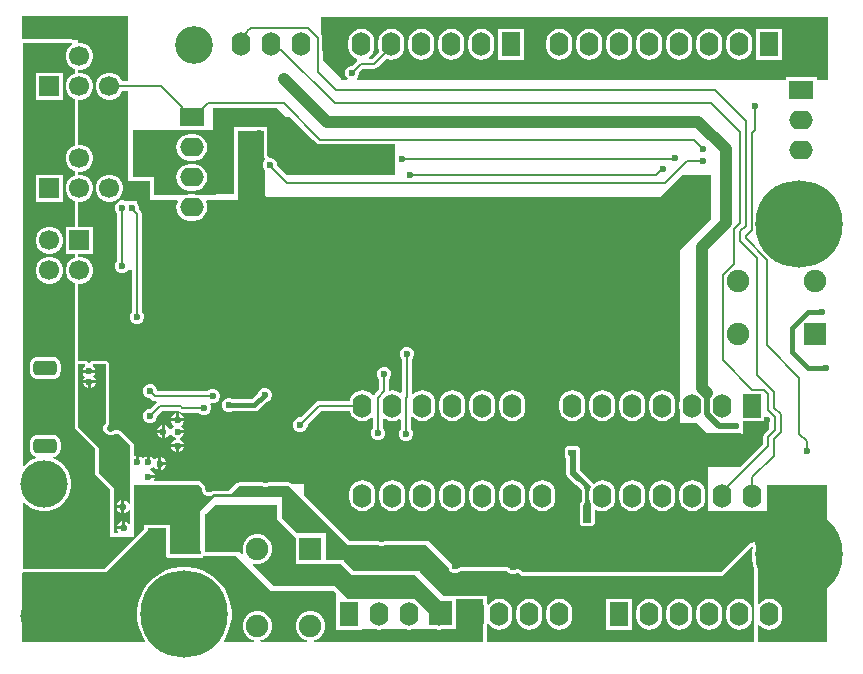
<source format=gbl>
G04*
G04 #@! TF.GenerationSoftware,Altium Limited,Altium Designer,25.1.2 (22)*
G04*
G04 Layer_Physical_Order=2*
G04 Layer_Color=16711680*
%FSLAX44Y44*%
%MOMM*%
G71*
G04*
G04 #@! TF.SameCoordinates,5E672C01-8995-41B4-AFFF-24039E6A3FFE*
G04*
G04*
G04 #@! TF.FilePolarity,Positive*
G04*
G01*
G75*
%ADD10C,0.2000*%
%ADD11C,0.5000*%
%ADD12C,0.4000*%
%ADD16R,1.9000X1.9000*%
%ADD61R,1.9000X1.9000*%
%ADD62C,1.9000*%
%ADD71C,1.0000*%
G04:AMPARAMS|DCode=72|XSize=2mm|YSize=1.25mm|CornerRadius=0.375mm|HoleSize=0mm|Usage=FLASHONLY|Rotation=0.000|XOffset=0mm|YOffset=0mm|HoleType=Round|Shape=RoundedRectangle|*
%AMROUNDEDRECTD72*
21,1,2.0000,0.5000,0,0,0.0*
21,1,1.2500,1.2500,0,0,0.0*
1,1,0.7500,0.6250,-0.2500*
1,1,0.7500,-0.6250,-0.2500*
1,1,0.7500,-0.6250,0.2500*
1,1,0.7500,0.6250,0.2500*
%
%ADD72ROUNDEDRECTD72*%
%ADD73O,1.6000X2.0000*%
%ADD74R,1.6000X2.0000*%
%ADD75O,2.0000X1.6000*%
%ADD76R,2.0000X1.6000*%
%ADD77R,1.7000X1.7000*%
%ADD78C,1.7000*%
%ADD79C,3.2000*%
%ADD80C,7.4000*%
%ADD81C,4.0000*%
%ADD82C,0.6000*%
G36*
X684996Y478900D02*
X684100Y478000D01*
X675000D01*
Y480000D01*
X649000D01*
Y478000D01*
X286010D01*
X285505Y479270D01*
X286837Y480601D01*
X287750Y482807D01*
Y484232D01*
X290939Y487422D01*
X300460D01*
X300460Y487422D01*
X302021Y487732D01*
X303344Y488616D01*
X310619Y495892D01*
X312088Y495283D01*
X314960Y494905D01*
X317832Y495283D01*
X320508Y496391D01*
X322805Y498155D01*
X324568Y500452D01*
X325677Y503128D01*
X326055Y506000D01*
Y510000D01*
X325677Y512872D01*
X324568Y515547D01*
X322805Y517845D01*
X320508Y519608D01*
X317832Y520717D01*
X314960Y521095D01*
X312088Y520717D01*
X309412Y519608D01*
X307115Y517845D01*
X305352Y515547D01*
X304243Y512872D01*
X303865Y510000D01*
Y506000D01*
X304243Y503128D01*
X304852Y501659D01*
X298771Y495578D01*
X296134D01*
X295703Y496848D01*
X297405Y498155D01*
X299168Y500452D01*
X300277Y503128D01*
X300655Y506000D01*
Y510000D01*
X300277Y512872D01*
X299168Y515547D01*
X297405Y517845D01*
X295107Y519608D01*
X292432Y520717D01*
X289560Y521095D01*
X286688Y520717D01*
X284013Y519608D01*
X281715Y517845D01*
X279951Y515547D01*
X278843Y512872D01*
X278465Y510000D01*
Y506000D01*
X278843Y503128D01*
X279951Y500452D01*
X281715Y498155D01*
X284013Y496391D01*
X285909Y495606D01*
X286093Y495113D01*
X286124Y494142D01*
X281982Y490000D01*
X280557D01*
X278351Y489087D01*
X276663Y487399D01*
X275750Y485193D01*
Y482807D01*
X276663Y480601D01*
X277995Y479270D01*
X277491Y478000D01*
X272000D01*
Y479000D01*
X256738Y494262D01*
Y513590D01*
X256428Y515151D01*
X255544Y516474D01*
X255544Y516474D01*
X255000Y517018D01*
Y531000D01*
X684797D01*
X684996Y478900D01*
D02*
G37*
G36*
X92000Y476518D02*
X87013D01*
X86916Y476879D01*
X85402Y479501D01*
X83261Y481642D01*
X80639Y483156D01*
X77714Y483940D01*
X74686D01*
X71761Y483156D01*
X69139Y481642D01*
X66998Y479501D01*
X65484Y476879D01*
X64700Y473954D01*
Y470926D01*
X65484Y468001D01*
X66998Y465379D01*
X69139Y463238D01*
X71761Y461724D01*
X74686Y460940D01*
X77714D01*
X80639Y461724D01*
X83261Y463238D01*
X85402Y465379D01*
X86916Y468001D01*
X87013Y468362D01*
X92000D01*
Y392000D01*
X110941D01*
Y380905D01*
X110943Y380894D01*
X110941Y380882D01*
X111000Y380598D01*
Y376000D01*
X133385D01*
X134136Y374730D01*
X133283Y372672D01*
X132905Y369800D01*
X133283Y366928D01*
X134391Y364253D01*
X136155Y361955D01*
X138453Y360191D01*
X141128Y359083D01*
X144000Y358705D01*
X148000D01*
X150872Y359083D01*
X153547Y360191D01*
X155845Y361955D01*
X157608Y364253D01*
X158717Y366928D01*
X159095Y369800D01*
X158717Y372672D01*
X157864Y374730D01*
X158615Y376000D01*
X185000D01*
Y380705D01*
X185059Y381000D01*
Y385000D01*
Y410600D01*
X185000Y410895D01*
Y415105D01*
X185059Y415401D01*
Y434941D01*
X201203D01*
X201498Y435000D01*
X204502D01*
X204797Y434941D01*
X206941D01*
Y414000D01*
X206941Y414000D01*
X207174Y412830D01*
X207837Y411837D01*
X207837Y411837D01*
X208000Y411674D01*
Y410485D01*
X206914Y409399D01*
X206000Y407193D01*
Y404807D01*
X206914Y402601D01*
X208000Y401515D01*
Y380000D01*
X209000Y379000D01*
X543000D01*
X561000Y397000D01*
X586000D01*
X586000Y360000D01*
X559000Y333000D01*
Y205790D01*
X558755Y203930D01*
Y199930D01*
X559000Y198070D01*
Y187000D01*
X574000D01*
X582000Y179000D01*
X611000D01*
X613000Y177000D01*
Y188930D01*
X631650D01*
Y192000D01*
X634000D01*
X635000Y191204D01*
Y182575D01*
X631116Y178692D01*
X630232Y177368D01*
X629922Y175808D01*
X629922Y175807D01*
Y169439D01*
X610482Y150000D01*
X583000D01*
Y113000D01*
X592478D01*
X595250Y112635D01*
X598022Y113000D01*
X617878D01*
X620650Y112635D01*
X623422Y113000D01*
X633000D01*
Y135000D01*
X684000D01*
Y3000D01*
X683586Y2000D01*
X625059D01*
Y16200D01*
X626329Y16631D01*
X627155Y15555D01*
X629453Y13792D01*
X632128Y12683D01*
X635000Y12305D01*
X637872Y12683D01*
X640547Y13792D01*
X642845Y15555D01*
X644609Y17852D01*
X645717Y20528D01*
X646095Y23400D01*
Y27400D01*
X645717Y30272D01*
X644609Y32947D01*
X642845Y35245D01*
X640547Y37009D01*
X637872Y38117D01*
X635000Y38495D01*
X632128Y38117D01*
X629453Y37009D01*
X627155Y35245D01*
X626329Y34169D01*
X625059Y34600D01*
Y64940D01*
X624965Y65410D01*
X624909Y65886D01*
X624368Y67550D01*
X623459Y73293D01*
Y79107D01*
X623862Y81654D01*
X623857Y81776D01*
X623890Y81893D01*
X623834Y82369D01*
X623815Y82847D01*
X623764Y82957D01*
X623750Y83078D01*
X623516Y83496D01*
X623316Y83931D01*
X623226Y84013D01*
X623167Y84120D01*
X623000Y84251D01*
Y88000D01*
X620593Y85593D01*
X620410Y85629D01*
X619949Y85759D01*
X619829Y85745D01*
X619710Y85768D01*
X619240Y85675D01*
X618764Y85618D01*
X618658Y85559D01*
X618539Y85535D01*
X618141Y85269D01*
X617723Y85035D01*
X617648Y84940D01*
X617547Y84872D01*
X593733Y61059D01*
X426267D01*
X424281Y63045D01*
X423288Y63708D01*
X422118Y63941D01*
X422118D01*
X420947Y63708D01*
X419955Y63045D01*
X419916Y63007D01*
X419900Y63000D01*
X416600D01*
X416584Y63007D01*
X415428Y64163D01*
X414435Y64826D01*
X413265Y65059D01*
X413265Y65059D01*
X373485D01*
X372315Y64826D01*
X371322Y64163D01*
X370916Y63756D01*
X369835Y63309D01*
X368665D01*
X368000Y63584D01*
Y66000D01*
X347000Y87000D01*
X344296D01*
X344000Y87059D01*
X344000Y87059D01*
X309151D01*
X308855Y87000D01*
X304645D01*
X304349Y87059D01*
X279941D01*
X241000Y126000D01*
Y136000D01*
X230326D01*
X230163Y136163D01*
X229170Y136826D01*
X228000Y137059D01*
X228000Y137059D01*
X210651D01*
X209480Y136826D01*
X208835Y136559D01*
X207665D01*
X207020Y136826D01*
X205849Y137059D01*
X186000D01*
X186000Y137059D01*
X184830Y136826D01*
X183837Y136163D01*
X183837Y136163D01*
X177733Y130059D01*
X164235D01*
X163065Y129826D01*
X162288Y129307D01*
X161085Y128809D01*
X159915D01*
X158834Y129257D01*
X158006Y130084D01*
X157559Y131165D01*
Y132500D01*
X157326Y133671D01*
X156663Y134663D01*
X156663Y134663D01*
X154163Y137163D01*
X153170Y137826D01*
X153000Y137860D01*
X153000Y138000D01*
X152000Y138059D01*
X152000Y138059D01*
X151754Y138059D01*
X114553D01*
X113890Y139329D01*
X114470Y140730D01*
X109000D01*
Y143270D01*
X114470D01*
X113697Y145138D01*
X112138Y146697D01*
X110651Y147313D01*
Y148687D01*
X112138Y149303D01*
X112861Y150026D01*
X114303Y149862D01*
X115862Y148303D01*
X117730Y147530D01*
Y153000D01*
Y158470D01*
X115862Y157697D01*
X115139Y156974D01*
X113697Y157138D01*
X112138Y158697D01*
X110270Y159470D01*
Y154000D01*
X107730D01*
Y159470D01*
X105862Y158697D01*
X104500Y157335D01*
X103138Y158697D01*
X101270Y159470D01*
Y154000D01*
X98730D01*
Y159470D01*
X98115Y159215D01*
X97059Y159921D01*
Y168000D01*
X97059Y168000D01*
X96826Y169171D01*
X96163Y170163D01*
X86163Y180163D01*
X85170Y180826D01*
X84000Y181059D01*
X84000Y181059D01*
X80735D01*
X80735Y181059D01*
X79565Y180826D01*
X79365Y180693D01*
X77835Y180059D01*
X76665D01*
X75391Y180587D01*
X75163Y180928D01*
X74756Y181334D01*
X74309Y182415D01*
Y183585D01*
X74756Y184666D01*
X75163Y185072D01*
X75826Y186065D01*
X76059Y187235D01*
X76059Y187235D01*
Y237000D01*
X76000Y237295D01*
Y238000D01*
X75860D01*
X75826Y238171D01*
X75163Y239163D01*
X74170Y239826D01*
X73000Y240059D01*
X62310D01*
X62015Y240000D01*
X61713D01*
X61435Y239885D01*
X61140Y239826D01*
X60889Y239659D01*
X60611Y239543D01*
X60398Y239330D01*
X60147Y239163D01*
X59980Y238912D01*
X59767Y238699D01*
X59693Y238521D01*
X59357Y238421D01*
X58643Y238421D01*
X58307Y238521D01*
X58233Y238699D01*
X58020Y238912D01*
X57853Y239163D01*
X57602Y239330D01*
X57389Y239543D01*
X57111Y239659D01*
X56860Y239826D01*
X56565Y239885D01*
X56287Y240000D01*
X55985D01*
X55690Y240059D01*
X50059D01*
Y305100D01*
X52314D01*
X55239Y305884D01*
X57861Y307398D01*
X60002Y309539D01*
X61516Y312161D01*
X62300Y315086D01*
Y318114D01*
X61516Y321039D01*
X60002Y323661D01*
X57861Y325802D01*
X55239Y327316D01*
X52314Y328100D01*
X50059D01*
Y330500D01*
X62300D01*
Y353500D01*
X50059D01*
Y374580D01*
X52314D01*
X55239Y375364D01*
X57861Y376878D01*
X60002Y379019D01*
X61516Y381641D01*
X62300Y384566D01*
Y387594D01*
X61516Y390519D01*
X60002Y393141D01*
X57861Y395282D01*
X55239Y396796D01*
X52314Y397580D01*
X50059D01*
Y399980D01*
X52314D01*
X55239Y400764D01*
X57861Y402278D01*
X60002Y404419D01*
X61516Y407041D01*
X62300Y409966D01*
Y412994D01*
X61516Y415919D01*
X60002Y418541D01*
X57861Y420682D01*
X55239Y422196D01*
X52314Y422980D01*
X50059D01*
Y460940D01*
X52314D01*
X55239Y461724D01*
X57861Y463238D01*
X60002Y465379D01*
X61516Y468001D01*
X62300Y470926D01*
Y473954D01*
X61516Y476879D01*
X60002Y479501D01*
X57861Y481642D01*
X55239Y483156D01*
X52314Y483940D01*
X50059D01*
Y486340D01*
X52314D01*
X55239Y487124D01*
X57861Y488638D01*
X60002Y490779D01*
X61516Y493401D01*
X62300Y496326D01*
Y499354D01*
X61516Y502279D01*
X60002Y504901D01*
X57861Y507042D01*
X55239Y508556D01*
X52314Y509340D01*
X50000D01*
Y512000D01*
X45085D01*
X44989Y512033D01*
X44788Y512019D01*
X44590Y512059D01*
X3000D01*
X2000Y512940D01*
Y532000D01*
X92000D01*
Y476518D01*
D02*
G37*
G36*
X226000Y446000D02*
X229000D01*
X248000Y427000D01*
X249232D01*
X251866Y424366D01*
X251866Y424366D01*
X253189Y423482D01*
X254750Y423172D01*
X318000D01*
Y397000D01*
X227000D01*
X218000Y406000D01*
Y407193D01*
X217087Y409399D01*
X215399Y411087D01*
X213193Y412000D01*
X212000D01*
X210000Y414000D01*
Y438000D01*
X204797D01*
X204193Y438250D01*
X201807D01*
X201203Y438000D01*
X182000D01*
Y415401D01*
X181500Y414193D01*
Y411806D01*
X182000Y410600D01*
Y385000D01*
Y381000D01*
X150698Y380540D01*
X148000Y380895D01*
X144000D01*
X141128Y380517D01*
X140833Y380395D01*
X114905Y380013D01*
X114000Y380905D01*
Y396000D01*
X96000D01*
Y435000D01*
X164000D01*
Y453922D01*
X218078D01*
X226000Y446000D01*
D02*
G37*
G36*
X73000Y187235D02*
X72164Y186399D01*
X71250Y184193D01*
Y181807D01*
X72164Y179601D01*
X73000Y178765D01*
Y178000D01*
X73765D01*
X73851Y177913D01*
X76056Y177000D01*
X78443D01*
X80649Y177913D01*
X80735Y178000D01*
X84000D01*
X94000Y168000D01*
Y135295D01*
X93941Y135000D01*
Y119098D01*
X92671Y118846D01*
X92447Y119388D01*
X90888Y120947D01*
X89020Y121720D01*
Y116250D01*
Y110780D01*
X90888Y111553D01*
X92447Y113112D01*
X92671Y113654D01*
X93941Y113402D01*
Y102303D01*
X92671Y101913D01*
X91388Y103197D01*
X89520Y103970D01*
Y98500D01*
X88250D01*
Y97230D01*
X82780D01*
X83553Y95362D01*
X83683Y95232D01*
X83197Y94059D01*
X80059D01*
Y131000D01*
X80000Y131295D01*
Y132000D01*
X79819Y132181D01*
X79163Y133163D01*
X67059Y145267D01*
Y166000D01*
X67000Y166296D01*
Y167000D01*
X66819Y167181D01*
X66163Y168163D01*
X66163Y168163D01*
X50059Y184267D01*
Y237000D01*
X55690D01*
X55943Y235730D01*
X55862Y235697D01*
X54303Y234138D01*
X53530Y232270D01*
X64470D01*
X63697Y234138D01*
X62138Y235697D01*
X62057Y235730D01*
X62310Y237000D01*
X73000D01*
Y187235D01*
D02*
G37*
G36*
X218000Y106000D02*
X234000Y90000D01*
Y68000D01*
X272000D01*
X281000Y59000D01*
X335000D01*
X357000Y37000D01*
X366000D01*
Y16414D01*
X365000Y16000D01*
X347000D01*
Y26000D01*
X339004Y33996D01*
X338045Y35245D01*
X336796Y36204D01*
X335000Y38000D01*
X333354D01*
X333072Y38117D01*
X330200Y38495D01*
X327328Y38117D01*
X327046Y38000D01*
X307954D01*
X307672Y38117D01*
X304800Y38495D01*
X301928Y38117D01*
X301646Y38000D01*
X290400D01*
Y38400D01*
X277600D01*
X267000Y49000D01*
X216000D01*
X197751Y67249D01*
X198409Y68387D01*
X199854Y68000D01*
X203146D01*
X206325Y68852D01*
X209175Y70497D01*
X211502Y72825D01*
X213148Y75675D01*
X214000Y78854D01*
Y82146D01*
X213148Y85325D01*
X211502Y88175D01*
X209175Y90503D01*
X206325Y92148D01*
X203146Y93000D01*
X199854D01*
X196675Y92148D01*
X193825Y90503D01*
X191497Y88175D01*
X189852Y85325D01*
X189000Y82146D01*
Y78854D01*
X189387Y77409D01*
X188249Y76751D01*
X187244Y77755D01*
X157222D01*
X157000Y78000D01*
Y110000D01*
X158000D01*
X166000Y118000D01*
X218000D01*
Y106000D01*
D02*
G37*
G36*
X44930Y507730D02*
X43739Y507042D01*
X41598Y504901D01*
X40084Y502279D01*
X39300Y499354D01*
Y496326D01*
X40084Y493401D01*
X41598Y490779D01*
X43739Y488638D01*
X46361Y487124D01*
X47000Y486953D01*
Y483327D01*
X46361Y483156D01*
X43739Y481642D01*
X41598Y479501D01*
X40084Y476879D01*
X39300Y473954D01*
Y470926D01*
X40084Y468001D01*
X41598Y465379D01*
X43739Y463238D01*
X46361Y461724D01*
X47000Y461553D01*
Y422368D01*
X46361Y422196D01*
X43739Y420682D01*
X41598Y418541D01*
X40084Y415919D01*
X39300Y412994D01*
Y409966D01*
X40084Y407041D01*
X41598Y404419D01*
X43739Y402278D01*
X46361Y400764D01*
X47000Y400592D01*
Y396968D01*
X46361Y396796D01*
X43739Y395282D01*
X41598Y393141D01*
X40084Y390519D01*
X39300Y387594D01*
Y384566D01*
X40084Y381641D01*
X41598Y379019D01*
X43739Y376878D01*
X46361Y375364D01*
X47000Y375192D01*
Y353500D01*
X39300D01*
Y330500D01*
X47000D01*
Y327487D01*
X46361Y327316D01*
X43739Y325802D01*
X41598Y323661D01*
X40084Y321039D01*
X39300Y318114D01*
Y315086D01*
X40084Y312161D01*
X41598Y309539D01*
X43739Y307398D01*
X46361Y305884D01*
X47000Y305713D01*
Y183000D01*
X64000Y166000D01*
Y144000D01*
X77000Y131000D01*
Y91000D01*
X97000D01*
Y135000D01*
X152000D01*
X154500Y132500D01*
Y130556D01*
X155414Y128351D01*
X157101Y126663D01*
X159306Y125750D01*
X161693D01*
X163899Y126663D01*
X164235Y127000D01*
X179000D01*
X186000Y134000D01*
X205849D01*
X207057Y133500D01*
X209443D01*
X210651Y134000D01*
X228000D01*
X278000Y84000D01*
X304349D01*
X305557Y83500D01*
X307943D01*
X309151Y84000D01*
X344000D01*
X363467Y64533D01*
X364000Y63246D01*
Y62000D01*
X365015D01*
X365851Y61164D01*
X368056Y60250D01*
X370443D01*
X372649Y61164D01*
X373485Y62000D01*
X413265D01*
X414851Y60413D01*
X417057Y59500D01*
X419444D01*
X421649Y60413D01*
X422118Y60882D01*
X425000Y58000D01*
X595000D01*
X619710Y82710D01*
X620841Y82133D01*
X620400Y79348D01*
Y73052D01*
X621385Y66833D01*
X622000Y64940D01*
Y2000D01*
X396000D01*
Y16798D01*
X397270Y17229D01*
X398555Y15555D01*
X400853Y13792D01*
X403528Y12683D01*
X406400Y12305D01*
X409272Y12683D01*
X411948Y13792D01*
X414245Y15555D01*
X416008Y17852D01*
X417117Y20528D01*
X417495Y23400D01*
Y27400D01*
X417117Y30272D01*
X416008Y32947D01*
X414245Y35245D01*
X411948Y37009D01*
X409272Y38117D01*
X406400Y38495D01*
X403528Y38117D01*
X400853Y37009D01*
X398555Y35245D01*
X397270Y33571D01*
X396000Y34002D01*
Y41000D01*
X359000D01*
X339000Y61000D01*
Y62000D01*
X335296D01*
X335000Y62059D01*
X335000Y62059D01*
X282941D01*
X275000Y70000D01*
Y71000D01*
X272295D01*
X272000Y71059D01*
X272000Y71059D01*
X260000D01*
Y94000D01*
X235000D01*
X222000Y107000D01*
Y125000D01*
X165000D01*
X153000Y113000D01*
Y80000D01*
X153941Y79059D01*
Y78000D01*
X154044Y77485D01*
X154076Y77270D01*
X153464Y76225D01*
X153201Y76000D01*
X127200D01*
Y101000D01*
X105200D01*
Y97200D01*
X72000Y64000D01*
X3000D01*
Y119293D01*
X4270Y119819D01*
X6382Y117707D01*
X10149Y115190D01*
X14335Y113456D01*
X18779Y112572D01*
X23309D01*
X27753Y113456D01*
X31939Y115190D01*
X35706Y117707D01*
X38909Y120910D01*
X41426Y124677D01*
X43160Y128863D01*
X44044Y133307D01*
Y137837D01*
X43160Y142281D01*
X41426Y146467D01*
X38909Y150234D01*
X35706Y153437D01*
X31939Y155954D01*
X28320Y157453D01*
X28314Y157561D01*
X28551Y158732D01*
X30007Y158924D01*
X31649Y159604D01*
X33059Y160686D01*
X34141Y162096D01*
X34821Y163738D01*
X35053Y165500D01*
Y170500D01*
X34821Y172262D01*
X34141Y173904D01*
X33059Y175314D01*
X31649Y176396D01*
X30007Y177076D01*
X28245Y177308D01*
X15745D01*
X13983Y177076D01*
X12341Y176396D01*
X10931Y175314D01*
X9849Y173904D01*
X9169Y172262D01*
X8937Y170500D01*
Y165500D01*
X9169Y163738D01*
X9849Y162096D01*
X10931Y160686D01*
X12341Y159604D01*
X13983Y158924D01*
X14195Y157736D01*
X14167Y157619D01*
X10149Y155954D01*
X6382Y153437D01*
X4270Y151325D01*
X3000Y151851D01*
Y509000D01*
X44590D01*
X44930Y507730D01*
D02*
G37*
G36*
X124000Y75000D02*
X124340D01*
X124374Y74830D01*
X125037Y73837D01*
X126029Y73174D01*
X127200Y72941D01*
X153201D01*
X153669Y73034D01*
X154143Y73090D01*
X154251Y73150D01*
X154371Y73174D01*
X154768Y73439D01*
X155185Y73672D01*
X155449Y73897D01*
X155765Y74298D01*
X156105Y74680D01*
X156230Y74894D01*
X156566Y74827D01*
X157076Y74700D01*
X157149Y74711D01*
X157222Y74697D01*
X183303D01*
X213000Y45000D01*
X266000D01*
X268000Y43000D01*
Y13000D01*
X268400D01*
Y12400D01*
X290400D01*
Y13000D01*
X301163D01*
X301928Y12683D01*
X304800Y12305D01*
X307672Y12683D01*
X308437Y13000D01*
X326563D01*
X327328Y12683D01*
X330200Y12305D01*
X333072Y12683D01*
X333837Y13000D01*
X346704D01*
X347000Y12941D01*
X352105D01*
X352728Y12683D01*
X355600Y12305D01*
X358472Y12683D01*
X359095Y12941D01*
X365000D01*
X365295Y13000D01*
X369000D01*
X370000Y14000D01*
Y37941D01*
X392941D01*
Y34002D01*
X392961Y33903D01*
X392948Y33802D01*
X393000Y33607D01*
Y17193D01*
X392948Y16998D01*
X392961Y16897D01*
X392941Y16798D01*
Y2000D01*
X249320D01*
X249153Y3270D01*
X251325Y3852D01*
X254175Y5498D01*
X256502Y7825D01*
X258148Y10675D01*
X259000Y13854D01*
Y17146D01*
X258148Y20325D01*
X256502Y23175D01*
X254175Y25503D01*
X251325Y27148D01*
X248146Y28000D01*
X244854D01*
X241675Y27148D01*
X238825Y25503D01*
X236497Y23175D01*
X234852Y20325D01*
X234000Y17146D01*
Y13854D01*
X234852Y10675D01*
X236497Y7825D01*
X238825Y5498D01*
X241675Y3852D01*
X243847Y3270D01*
X243680Y2000D01*
X204320D01*
X204153Y3270D01*
X206325Y3852D01*
X209175Y5498D01*
X211502Y7825D01*
X213148Y10675D01*
X214000Y13854D01*
Y17146D01*
X213148Y20325D01*
X211502Y23175D01*
X209175Y25503D01*
X206325Y27148D01*
X203146Y28000D01*
X199854D01*
X196675Y27148D01*
X193825Y25503D01*
X191497Y23175D01*
X189852Y20325D01*
X189000Y17146D01*
Y13854D01*
X189852Y10675D01*
X191497Y7825D01*
X193825Y5498D01*
X196675Y3852D01*
X198847Y3270D01*
X198680Y2000D01*
X173540D01*
X172964Y3132D01*
X173911Y4435D01*
X176770Y10045D01*
X178715Y16033D01*
X179700Y22252D01*
Y28548D01*
X178715Y34767D01*
X176770Y40755D01*
X173911Y46365D01*
X170210Y51458D01*
X165758Y55910D01*
X160665Y59611D01*
X155055Y62470D01*
X149067Y64415D01*
X142848Y65400D01*
X136552D01*
X130333Y64415D01*
X124345Y62470D01*
X118735Y59611D01*
X113642Y55910D01*
X109190Y51458D01*
X105489Y46365D01*
X102631Y40755D01*
X100685Y34767D01*
X99700Y28548D01*
Y22252D01*
X100685Y16033D01*
X102631Y10045D01*
X105489Y4435D01*
X106436Y3132D01*
X105860Y2000D01*
X2000D01*
X2000Y2000D01*
X1995Y3201D01*
Y60063D01*
X3000Y60941D01*
X72000D01*
X72000Y60941D01*
X72296Y61000D01*
X73000D01*
X73181Y61181D01*
X74163Y61837D01*
X107363Y95037D01*
X108006Y96000D01*
X124000D01*
Y75000D01*
D02*
G37*
%LPC*%
G36*
X646000Y521000D02*
X624000D01*
Y495000D01*
X646000D01*
Y521000D01*
D02*
G37*
G36*
X427560D02*
X405560D01*
Y495000D01*
X427560D01*
Y521000D01*
D02*
G37*
G36*
X609600Y521095D02*
X606728Y520717D01*
X604053Y519608D01*
X601755Y517845D01*
X599991Y515547D01*
X598883Y512872D01*
X598505Y510000D01*
Y506000D01*
X598883Y503128D01*
X599991Y500452D01*
X601755Y498155D01*
X604053Y496391D01*
X606728Y495283D01*
X609600Y494905D01*
X612472Y495283D01*
X615148Y496391D01*
X617445Y498155D01*
X619208Y500452D01*
X620317Y503128D01*
X620695Y506000D01*
Y510000D01*
X620317Y512872D01*
X619208Y515547D01*
X617445Y517845D01*
X615148Y519608D01*
X612472Y520717D01*
X609600Y521095D01*
D02*
G37*
G36*
X584200D02*
X581328Y520717D01*
X578652Y519608D01*
X576355Y517845D01*
X574591Y515547D01*
X573483Y512872D01*
X573105Y510000D01*
Y506000D01*
X573483Y503128D01*
X574591Y500452D01*
X576355Y498155D01*
X578652Y496391D01*
X581328Y495283D01*
X584200Y494905D01*
X587072Y495283D01*
X589748Y496391D01*
X592045Y498155D01*
X593809Y500452D01*
X594917Y503128D01*
X595295Y506000D01*
Y510000D01*
X594917Y512872D01*
X593809Y515547D01*
X592045Y517845D01*
X589748Y519608D01*
X587072Y520717D01*
X584200Y521095D01*
D02*
G37*
G36*
X558800D02*
X555928Y520717D01*
X553252Y519608D01*
X550955Y517845D01*
X549192Y515547D01*
X548083Y512872D01*
X547705Y510000D01*
Y506000D01*
X548083Y503128D01*
X549192Y500452D01*
X550955Y498155D01*
X553252Y496391D01*
X555928Y495283D01*
X558800Y494905D01*
X561672Y495283D01*
X564347Y496391D01*
X566645Y498155D01*
X568409Y500452D01*
X569517Y503128D01*
X569895Y506000D01*
Y510000D01*
X569517Y512872D01*
X568409Y515547D01*
X566645Y517845D01*
X564347Y519608D01*
X561672Y520717D01*
X558800Y521095D01*
D02*
G37*
G36*
X533400D02*
X530528Y520717D01*
X527853Y519608D01*
X525555Y517845D01*
X523792Y515547D01*
X522683Y512872D01*
X522305Y510000D01*
Y506000D01*
X522683Y503128D01*
X523792Y500452D01*
X525555Y498155D01*
X527853Y496391D01*
X530528Y495283D01*
X533400Y494905D01*
X536272Y495283D01*
X538947Y496391D01*
X541245Y498155D01*
X543008Y500452D01*
X544117Y503128D01*
X544495Y506000D01*
Y510000D01*
X544117Y512872D01*
X543008Y515547D01*
X541245Y517845D01*
X538947Y519608D01*
X536272Y520717D01*
X533400Y521095D01*
D02*
G37*
G36*
X508000D02*
X505128Y520717D01*
X502453Y519608D01*
X500155Y517845D01*
X498391Y515547D01*
X497283Y512872D01*
X496905Y510000D01*
Y506000D01*
X497283Y503128D01*
X498391Y500452D01*
X500155Y498155D01*
X502453Y496391D01*
X505128Y495283D01*
X508000Y494905D01*
X510872Y495283D01*
X513548Y496391D01*
X515845Y498155D01*
X517608Y500452D01*
X518717Y503128D01*
X519095Y506000D01*
Y510000D01*
X518717Y512872D01*
X517608Y515547D01*
X515845Y517845D01*
X513548Y519608D01*
X510872Y520717D01*
X508000Y521095D01*
D02*
G37*
G36*
X482600D02*
X479728Y520717D01*
X477052Y519608D01*
X474755Y517845D01*
X472991Y515547D01*
X471883Y512872D01*
X471505Y510000D01*
Y506000D01*
X471883Y503128D01*
X472991Y500452D01*
X474755Y498155D01*
X477052Y496391D01*
X479728Y495283D01*
X482600Y494905D01*
X485472Y495283D01*
X488148Y496391D01*
X490445Y498155D01*
X492209Y500452D01*
X493317Y503128D01*
X493695Y506000D01*
Y510000D01*
X493317Y512872D01*
X492209Y515547D01*
X490445Y517845D01*
X488148Y519608D01*
X485472Y520717D01*
X482600Y521095D01*
D02*
G37*
G36*
X457200D02*
X454328Y520717D01*
X451652Y519608D01*
X449355Y517845D01*
X447592Y515547D01*
X446483Y512872D01*
X446105Y510000D01*
Y506000D01*
X446483Y503128D01*
X447592Y500452D01*
X449355Y498155D01*
X451652Y496391D01*
X454328Y495283D01*
X457200Y494905D01*
X460072Y495283D01*
X462747Y496391D01*
X465045Y498155D01*
X466809Y500452D01*
X467917Y503128D01*
X468295Y506000D01*
Y510000D01*
X467917Y512872D01*
X466809Y515547D01*
X465045Y517845D01*
X462747Y519608D01*
X460072Y520717D01*
X457200Y521095D01*
D02*
G37*
G36*
X391160D02*
X388288Y520717D01*
X385612Y519608D01*
X383315Y517845D01*
X381552Y515547D01*
X380443Y512872D01*
X380065Y510000D01*
Y506000D01*
X380443Y503128D01*
X381552Y500452D01*
X383315Y498155D01*
X385612Y496391D01*
X388288Y495283D01*
X391160Y494905D01*
X394032Y495283D01*
X396707Y496391D01*
X399005Y498155D01*
X400769Y500452D01*
X401877Y503128D01*
X402255Y506000D01*
Y510000D01*
X401877Y512872D01*
X400769Y515547D01*
X399005Y517845D01*
X396707Y519608D01*
X394032Y520717D01*
X391160Y521095D01*
D02*
G37*
G36*
X365760D02*
X362888Y520717D01*
X360213Y519608D01*
X357915Y517845D01*
X356152Y515547D01*
X355043Y512872D01*
X354665Y510000D01*
Y506000D01*
X355043Y503128D01*
X356152Y500452D01*
X357915Y498155D01*
X360213Y496391D01*
X362888Y495283D01*
X365760Y494905D01*
X368632Y495283D01*
X371307Y496391D01*
X373605Y498155D01*
X375368Y500452D01*
X376477Y503128D01*
X376855Y506000D01*
Y510000D01*
X376477Y512872D01*
X375368Y515547D01*
X373605Y517845D01*
X371307Y519608D01*
X368632Y520717D01*
X365760Y521095D01*
D02*
G37*
G36*
X340360D02*
X337488Y520717D01*
X334813Y519608D01*
X332515Y517845D01*
X330751Y515547D01*
X329643Y512872D01*
X329265Y510000D01*
Y506000D01*
X329643Y503128D01*
X330751Y500452D01*
X332515Y498155D01*
X334813Y496391D01*
X337488Y495283D01*
X340360Y494905D01*
X343232Y495283D01*
X345908Y496391D01*
X348205Y498155D01*
X349968Y500452D01*
X351077Y503128D01*
X351455Y506000D01*
Y510000D01*
X351077Y512872D01*
X349968Y515547D01*
X348205Y517845D01*
X345908Y519608D01*
X343232Y520717D01*
X340360Y521095D01*
D02*
G37*
G36*
X77714Y397580D02*
X74686D01*
X71761Y396796D01*
X69139Y395282D01*
X66998Y393141D01*
X65484Y390519D01*
X64700Y387594D01*
Y384566D01*
X65484Y381641D01*
X66998Y379019D01*
X69139Y376878D01*
X71761Y375364D01*
X74686Y374580D01*
X77714D01*
X80639Y375364D01*
X83261Y376878D01*
X85402Y379019D01*
X86916Y381641D01*
X87700Y384566D01*
Y387594D01*
X86916Y390519D01*
X85402Y393141D01*
X83261Y395282D01*
X80639Y396796D01*
X77714Y397580D01*
D02*
G37*
G36*
X87943Y375750D02*
X85556D01*
X83351Y374837D01*
X81663Y373149D01*
X80750Y370943D01*
Y368557D01*
X81663Y366351D01*
X82672Y365343D01*
Y324657D01*
X81663Y323649D01*
X80750Y321443D01*
Y319056D01*
X81663Y316851D01*
X83351Y315163D01*
X85556Y314250D01*
X87943D01*
X90149Y315163D01*
X91837Y316851D01*
X91898Y317000D01*
X95422D01*
Y281657D01*
X94413Y280649D01*
X93500Y278444D01*
Y276056D01*
X94413Y273851D01*
X96101Y272163D01*
X98307Y271250D01*
X100694D01*
X102899Y272163D01*
X104587Y273851D01*
X105500Y276056D01*
Y278444D01*
X104587Y280649D01*
X103578Y281657D01*
Y364438D01*
X103268Y365999D01*
X102384Y367322D01*
X102384Y367322D01*
X101500Y368206D01*
Y370443D01*
X100587Y372649D01*
X100000Y373235D01*
Y375000D01*
X97297D01*
X96693Y375250D01*
X94306D01*
X93703Y375000D01*
X89754D01*
X87943Y375750D01*
D02*
G37*
G36*
X329193Y252000D02*
X326806D01*
X324601Y251087D01*
X322914Y249399D01*
X322000Y247194D01*
Y244806D01*
X322914Y242601D01*
X323922Y241593D01*
Y213202D01*
X322652Y212576D01*
X321398Y213538D01*
X318722Y214647D01*
X315850Y215025D01*
X314033Y214786D01*
X313078Y215623D01*
Y224593D01*
X314086Y225601D01*
X315000Y227806D01*
Y230194D01*
X314086Y232399D01*
X312399Y234087D01*
X310194Y235000D01*
X307806D01*
X305601Y234087D01*
X303913Y232399D01*
X303000Y230194D01*
Y227806D01*
X303913Y225601D01*
X304922Y224593D01*
Y215692D01*
X300866Y211636D01*
X300464Y211035D01*
X298916Y210967D01*
X298295Y211775D01*
X295998Y213538D01*
X293322Y214647D01*
X290450Y215025D01*
X287578Y214647D01*
X284902Y213538D01*
X282605Y211775D01*
X280842Y209478D01*
X279733Y206802D01*
X279629Y206008D01*
X253930D01*
X252369Y205698D01*
X251046Y204814D01*
X251046Y204814D01*
X238232Y192000D01*
X236807D01*
X234601Y191087D01*
X232913Y189399D01*
X232000Y187194D01*
Y184806D01*
X232913Y182601D01*
X234601Y180914D01*
X236807Y180000D01*
X239193D01*
X241399Y180914D01*
X243087Y182601D01*
X244000Y184806D01*
Y186232D01*
X255619Y197852D01*
X279629D01*
X279733Y197058D01*
X280842Y194382D01*
X282605Y192085D01*
X284902Y190322D01*
X287578Y189213D01*
X290450Y188835D01*
X293322Y189213D01*
X295998Y190322D01*
X298295Y192085D01*
X298469Y192311D01*
X299672Y191903D01*
Y183157D01*
X298663Y182149D01*
X297750Y179944D01*
Y177556D01*
X298663Y175351D01*
X300351Y173664D01*
X302556Y172750D01*
X304944D01*
X307149Y173664D01*
X308836Y175351D01*
X309750Y177556D01*
Y179944D01*
X308836Y182149D01*
X307828Y183157D01*
Y190619D01*
X309098Y191245D01*
X310303Y190322D01*
X312978Y189213D01*
X315850Y188835D01*
X318722Y189213D01*
X321398Y190322D01*
X322033Y190809D01*
X323172Y190247D01*
Y182657D01*
X322163Y181649D01*
X321250Y179443D01*
Y177057D01*
X322163Y174851D01*
X323851Y173164D01*
X326057Y172250D01*
X328443D01*
X330649Y173164D01*
X332337Y174851D01*
X333250Y177057D01*
Y179443D01*
X332337Y181649D01*
X331328Y182657D01*
Y192705D01*
X332598Y193136D01*
X333405Y192085D01*
X335703Y190322D01*
X338378Y189213D01*
X341250Y188835D01*
X344122Y189213D01*
X346797Y190322D01*
X349095Y192085D01*
X350858Y194382D01*
X351967Y197058D01*
X352345Y199930D01*
Y203930D01*
X351967Y206802D01*
X350858Y209478D01*
X349095Y211775D01*
X346797Y213538D01*
X344122Y214647D01*
X341250Y215025D01*
X338378Y214647D01*
X335703Y213538D01*
X333405Y211775D01*
X333281Y211614D01*
X332078Y212022D01*
Y241593D01*
X333087Y242601D01*
X334000Y244806D01*
Y247194D01*
X333087Y249399D01*
X331399Y251087D01*
X329193Y252000D01*
D02*
G37*
G36*
X208944Y217000D02*
X206556D01*
X204351Y216087D01*
X202663Y214399D01*
X201761Y212221D01*
X196888Y207348D01*
X180871D01*
X178694Y208250D01*
X176307D01*
X174101Y207337D01*
X172414Y205649D01*
X171500Y203444D01*
Y201057D01*
X172414Y198851D01*
X174101Y197164D01*
X176307Y196250D01*
X178694D01*
X180871Y197152D01*
X199000D01*
X200951Y197540D01*
X202605Y198645D01*
X208971Y205011D01*
X211149Y205914D01*
X212837Y207601D01*
X213750Y209806D01*
Y212194D01*
X212837Y214399D01*
X211149Y216087D01*
X208944Y217000D01*
D02*
G37*
G36*
X111944Y220250D02*
X109557D01*
X107351Y219336D01*
X105663Y217649D01*
X104750Y215443D01*
Y213057D01*
X105663Y210851D01*
X107351Y209163D01*
X109557Y208250D01*
X110982D01*
X112116Y207116D01*
X113439Y206232D01*
X115000Y205922D01*
X115000Y205922D01*
X115758D01*
X116143Y204652D01*
X116116Y204634D01*
X110732Y199250D01*
X109306D01*
X107101Y198337D01*
X105413Y196649D01*
X104500Y194443D01*
Y192057D01*
X105413Y189851D01*
X107101Y188163D01*
X109306Y187250D01*
X111693D01*
X113899Y188163D01*
X115587Y189851D01*
X116500Y192057D01*
Y193482D01*
X120689Y197672D01*
X134780D01*
X135085Y197366D01*
X135085Y197366D01*
X136408Y196482D01*
X137969Y196172D01*
X151843D01*
X152851Y195163D01*
X155056Y194250D01*
X157444D01*
X159649Y195163D01*
X161337Y196851D01*
X162250Y199056D01*
Y201444D01*
X161471Y203325D01*
X162208Y204272D01*
X162316Y204349D01*
X162556Y204250D01*
X164944D01*
X167149Y205163D01*
X168836Y206851D01*
X169750Y209056D01*
Y211444D01*
X168836Y213649D01*
X167149Y215337D01*
X164944Y216250D01*
X162556D01*
X160351Y215337D01*
X159093Y214078D01*
X116750D01*
Y215443D01*
X115836Y217649D01*
X114149Y219336D01*
X111944Y220250D01*
D02*
G37*
G36*
X135270Y195470D02*
Y191270D01*
X139470D01*
X138697Y193138D01*
X137138Y194697D01*
X135270Y195470D01*
D02*
G37*
G36*
X132730D02*
X130862Y194697D01*
X129303Y193138D01*
X128530Y191270D01*
X132730D01*
Y195470D01*
D02*
G37*
G36*
X544450Y215025D02*
X541578Y214647D01*
X538903Y213538D01*
X536605Y211775D01*
X534841Y209478D01*
X533733Y206802D01*
X533355Y203930D01*
Y199930D01*
X533733Y197058D01*
X534841Y194382D01*
X536605Y192085D01*
X538903Y190322D01*
X541578Y189213D01*
X544450Y188835D01*
X547322Y189213D01*
X549997Y190322D01*
X552295Y192085D01*
X554058Y194382D01*
X555167Y197058D01*
X555545Y199930D01*
Y203930D01*
X555167Y206802D01*
X554058Y209478D01*
X552295Y211775D01*
X549997Y213538D01*
X547322Y214647D01*
X544450Y215025D01*
D02*
G37*
G36*
X519050D02*
X516178Y214647D01*
X513503Y213538D01*
X511205Y211775D01*
X509441Y209478D01*
X508333Y206802D01*
X507955Y203930D01*
Y199930D01*
X508333Y197058D01*
X509441Y194382D01*
X511205Y192085D01*
X513503Y190322D01*
X516178Y189213D01*
X519050Y188835D01*
X521922Y189213D01*
X524598Y190322D01*
X526895Y192085D01*
X528658Y194382D01*
X529767Y197058D01*
X530145Y199930D01*
Y203930D01*
X529767Y206802D01*
X528658Y209478D01*
X526895Y211775D01*
X524598Y213538D01*
X521922Y214647D01*
X519050Y215025D01*
D02*
G37*
G36*
X493650D02*
X490778Y214647D01*
X488102Y213538D01*
X485805Y211775D01*
X484041Y209478D01*
X482933Y206802D01*
X482555Y203930D01*
Y199930D01*
X482933Y197058D01*
X484041Y194382D01*
X485805Y192085D01*
X488102Y190322D01*
X490778Y189213D01*
X493650Y188835D01*
X496522Y189213D01*
X499198Y190322D01*
X501495Y192085D01*
X503259Y194382D01*
X504367Y197058D01*
X504745Y199930D01*
Y203930D01*
X504367Y206802D01*
X503259Y209478D01*
X501495Y211775D01*
X499198Y213538D01*
X496522Y214647D01*
X493650Y215025D01*
D02*
G37*
G36*
X468250D02*
X465378Y214647D01*
X462702Y213538D01*
X460405Y211775D01*
X458642Y209478D01*
X457533Y206802D01*
X457155Y203930D01*
Y199930D01*
X457533Y197058D01*
X458642Y194382D01*
X460405Y192085D01*
X462702Y190322D01*
X465378Y189213D01*
X468250Y188835D01*
X471122Y189213D01*
X473797Y190322D01*
X476095Y192085D01*
X477859Y194382D01*
X478967Y197058D01*
X479345Y199930D01*
Y203930D01*
X478967Y206802D01*
X477859Y209478D01*
X476095Y211775D01*
X473797Y213538D01*
X471122Y214647D01*
X468250Y215025D01*
D02*
G37*
G36*
X417450D02*
X414578Y214647D01*
X411903Y213538D01*
X409605Y211775D01*
X407841Y209478D01*
X406733Y206802D01*
X406355Y203930D01*
Y199930D01*
X406733Y197058D01*
X407841Y194382D01*
X409605Y192085D01*
X411903Y190322D01*
X414578Y189213D01*
X417450Y188835D01*
X420322Y189213D01*
X422998Y190322D01*
X425295Y192085D01*
X427058Y194382D01*
X428167Y197058D01*
X428545Y199930D01*
Y203930D01*
X428167Y206802D01*
X427058Y209478D01*
X425295Y211775D01*
X422998Y213538D01*
X420322Y214647D01*
X417450Y215025D01*
D02*
G37*
G36*
X392050D02*
X389178Y214647D01*
X386502Y213538D01*
X384205Y211775D01*
X382441Y209478D01*
X381333Y206802D01*
X380955Y203930D01*
Y199930D01*
X381333Y197058D01*
X382441Y194382D01*
X384205Y192085D01*
X386502Y190322D01*
X389178Y189213D01*
X392050Y188835D01*
X394922Y189213D01*
X397598Y190322D01*
X399895Y192085D01*
X401659Y194382D01*
X402767Y197058D01*
X403145Y199930D01*
Y203930D01*
X402767Y206802D01*
X401659Y209478D01*
X399895Y211775D01*
X397598Y213538D01*
X394922Y214647D01*
X392050Y215025D01*
D02*
G37*
G36*
X366650D02*
X363778Y214647D01*
X361102Y213538D01*
X358805Y211775D01*
X357042Y209478D01*
X355933Y206802D01*
X355555Y203930D01*
Y199930D01*
X355933Y197058D01*
X357042Y194382D01*
X358805Y192085D01*
X361102Y190322D01*
X363778Y189213D01*
X366650Y188835D01*
X369522Y189213D01*
X372197Y190322D01*
X374495Y192085D01*
X376259Y194382D01*
X377367Y197058D01*
X377745Y199930D01*
Y203930D01*
X377367Y206802D01*
X376259Y209478D01*
X374495Y211775D01*
X372197Y213538D01*
X369522Y214647D01*
X366650Y215025D01*
D02*
G37*
G36*
X139470Y188730D02*
X128530D01*
X129303Y186862D01*
X130336Y185830D01*
X130721Y185000D01*
X130336Y184170D01*
X129303Y183138D01*
X128687Y181651D01*
X127313D01*
X126697Y183138D01*
X125138Y184697D01*
X123270Y185470D01*
Y180000D01*
Y174530D01*
X125138Y175303D01*
X126697Y176862D01*
X127313Y178349D01*
X128687D01*
X129303Y176862D01*
X130862Y175303D01*
X132349Y174687D01*
Y173313D01*
X130862Y172697D01*
X129303Y171138D01*
X128530Y169270D01*
X139470D01*
X138697Y171138D01*
X137138Y172697D01*
X135651Y173313D01*
Y174687D01*
X137138Y175303D01*
X138697Y176862D01*
X139470Y178730D01*
X134000D01*
Y181270D01*
X139470D01*
X138697Y183138D01*
X137664Y184170D01*
X137279Y185000D01*
X137664Y185830D01*
X138697Y186862D01*
X139470Y188730D01*
D02*
G37*
G36*
X120730Y185470D02*
X118862Y184697D01*
X117303Y183138D01*
X116530Y181270D01*
X120730D01*
Y185470D01*
D02*
G37*
G36*
Y178730D02*
X116530D01*
X117303Y176862D01*
X118862Y175303D01*
X120730Y174530D01*
Y178730D01*
D02*
G37*
G36*
X139470Y166730D02*
X135270D01*
Y162530D01*
X137138Y163303D01*
X138697Y164862D01*
X139470Y166730D01*
D02*
G37*
G36*
X132730D02*
X128530D01*
X129303Y164862D01*
X130862Y163303D01*
X132730Y162530D01*
Y166730D01*
D02*
G37*
G36*
X120270Y158470D02*
Y154270D01*
X124470D01*
X123697Y156138D01*
X122138Y157697D01*
X120270Y158470D01*
D02*
G37*
G36*
X124470Y151730D02*
X120270D01*
Y147530D01*
X122138Y148303D01*
X123697Y149862D01*
X124470Y151730D01*
D02*
G37*
G36*
X569850Y138825D02*
X566978Y138447D01*
X564302Y137338D01*
X562005Y135575D01*
X560242Y133278D01*
X559133Y130602D01*
X558755Y127730D01*
Y123730D01*
X559133Y120858D01*
X560242Y118182D01*
X562005Y115885D01*
X564302Y114122D01*
X566978Y113013D01*
X569850Y112635D01*
X572722Y113013D01*
X575397Y114122D01*
X577695Y115885D01*
X579459Y118182D01*
X580567Y120858D01*
X580945Y123730D01*
Y127730D01*
X580567Y130602D01*
X579459Y133278D01*
X577695Y135575D01*
X575397Y137338D01*
X572722Y138447D01*
X569850Y138825D01*
D02*
G37*
G36*
X544450D02*
X541578Y138447D01*
X538903Y137338D01*
X536605Y135575D01*
X534841Y133278D01*
X533733Y130602D01*
X533355Y127730D01*
Y123730D01*
X533733Y120858D01*
X534841Y118182D01*
X536605Y115885D01*
X538903Y114122D01*
X541578Y113013D01*
X544450Y112635D01*
X547322Y113013D01*
X549997Y114122D01*
X552295Y115885D01*
X554058Y118182D01*
X555167Y120858D01*
X555545Y123730D01*
Y127730D01*
X555167Y130602D01*
X554058Y133278D01*
X552295Y135575D01*
X549997Y137338D01*
X547322Y138447D01*
X544450Y138825D01*
D02*
G37*
G36*
X519050D02*
X516178Y138447D01*
X513503Y137338D01*
X511205Y135575D01*
X509441Y133278D01*
X508333Y130602D01*
X507955Y127730D01*
Y123730D01*
X508333Y120858D01*
X509441Y118182D01*
X511205Y115885D01*
X513503Y114122D01*
X516178Y113013D01*
X519050Y112635D01*
X521922Y113013D01*
X524598Y114122D01*
X526895Y115885D01*
X528658Y118182D01*
X529767Y120858D01*
X530145Y123730D01*
Y127730D01*
X529767Y130602D01*
X528658Y133278D01*
X526895Y135575D01*
X524598Y137338D01*
X521922Y138447D01*
X519050Y138825D01*
D02*
G37*
G36*
X469693Y167750D02*
X467307D01*
X467292Y167744D01*
X464792D01*
X464251Y167636D01*
X463706Y167544D01*
X463667Y167520D01*
X463622Y167511D01*
X463163Y167204D01*
X462694Y166911D01*
X462668Y166873D01*
X462630Y166848D01*
X462323Y166389D01*
X462002Y165938D01*
X461992Y165894D01*
X461967Y165856D01*
X461859Y165314D01*
X461735Y164775D01*
X461698Y163521D01*
X461706Y163475D01*
X461697Y163430D01*
Y160112D01*
X461802Y159583D01*
X461888Y159048D01*
X461918Y158999D01*
X461929Y158942D01*
X462229Y158493D01*
X462513Y158032D01*
X462560Y157998D01*
X462592Y157949D01*
X462991Y157683D01*
X463159Y157515D01*
Y144182D01*
X463159Y144182D01*
X463392Y143011D01*
X464055Y142019D01*
X464055Y142019D01*
X470377Y135696D01*
X471370Y135033D01*
X472255Y134667D01*
X473914Y133394D01*
X475187Y131735D01*
X475987Y129803D01*
X476286Y127529D01*
Y123931D01*
X475987Y121657D01*
X475185Y119721D01*
X475011Y119368D01*
X474788Y119035D01*
X474749Y118837D01*
X474660Y118656D01*
X474634Y118257D01*
X474556Y117864D01*
Y103000D01*
X474788Y101830D01*
X475451Y100837D01*
X476444Y100174D01*
X477614Y99941D01*
X484000D01*
X485171Y100174D01*
X486163Y100837D01*
X486826Y101830D01*
X487059Y103000D01*
Y113506D01*
X488329Y114028D01*
X490778Y113013D01*
X493650Y112635D01*
X496522Y113013D01*
X499198Y114122D01*
X501495Y115885D01*
X503259Y118182D01*
X504367Y120858D01*
X504745Y123730D01*
Y127730D01*
X504367Y130602D01*
X503259Y133278D01*
X501495Y135575D01*
X499198Y137338D01*
X496522Y138447D01*
X493650Y138825D01*
X490778Y138447D01*
X488102Y137338D01*
X486452Y136072D01*
X474722Y147801D01*
Y164685D01*
X474489Y165856D01*
X473826Y166848D01*
X472834Y167511D01*
X471663Y167744D01*
X469708D01*
X469693Y167750D01*
D02*
G37*
G36*
X442850Y138825D02*
X439978Y138447D01*
X437303Y137338D01*
X435005Y135575D01*
X433242Y133278D01*
X432133Y130602D01*
X431755Y127730D01*
Y123730D01*
X432133Y120858D01*
X433242Y118182D01*
X435005Y115885D01*
X437303Y114122D01*
X439978Y113013D01*
X442850Y112635D01*
X445722Y113013D01*
X448397Y114122D01*
X450695Y115885D01*
X452458Y118182D01*
X453567Y120858D01*
X453945Y123730D01*
Y127730D01*
X453567Y130602D01*
X452458Y133278D01*
X450695Y135575D01*
X448397Y137338D01*
X445722Y138447D01*
X442850Y138825D01*
D02*
G37*
G36*
X417450D02*
X414578Y138447D01*
X411903Y137338D01*
X409605Y135575D01*
X407841Y133278D01*
X406733Y130602D01*
X406355Y127730D01*
Y123730D01*
X406733Y120858D01*
X407841Y118182D01*
X409605Y115885D01*
X411903Y114122D01*
X414578Y113013D01*
X417450Y112635D01*
X420322Y113013D01*
X422998Y114122D01*
X425295Y115885D01*
X427058Y118182D01*
X428167Y120858D01*
X428545Y123730D01*
Y127730D01*
X428167Y130602D01*
X427058Y133278D01*
X425295Y135575D01*
X422998Y137338D01*
X420322Y138447D01*
X417450Y138825D01*
D02*
G37*
G36*
X392050D02*
X389178Y138447D01*
X386502Y137338D01*
X384205Y135575D01*
X382441Y133278D01*
X381333Y130602D01*
X380955Y127730D01*
Y123730D01*
X381333Y120858D01*
X382441Y118182D01*
X384205Y115885D01*
X386502Y114122D01*
X389178Y113013D01*
X392050Y112635D01*
X394922Y113013D01*
X397598Y114122D01*
X399895Y115885D01*
X401659Y118182D01*
X402767Y120858D01*
X403145Y123730D01*
Y127730D01*
X402767Y130602D01*
X401659Y133278D01*
X399895Y135575D01*
X397598Y137338D01*
X394922Y138447D01*
X392050Y138825D01*
D02*
G37*
G36*
X366650D02*
X363778Y138447D01*
X361102Y137338D01*
X358805Y135575D01*
X357042Y133278D01*
X355933Y130602D01*
X355555Y127730D01*
Y123730D01*
X355933Y120858D01*
X357042Y118182D01*
X358805Y115885D01*
X361102Y114122D01*
X363778Y113013D01*
X366650Y112635D01*
X369522Y113013D01*
X372197Y114122D01*
X374495Y115885D01*
X376259Y118182D01*
X377367Y120858D01*
X377745Y123730D01*
Y127730D01*
X377367Y130602D01*
X376259Y133278D01*
X374495Y135575D01*
X372197Y137338D01*
X369522Y138447D01*
X366650Y138825D01*
D02*
G37*
G36*
X341250D02*
X338378Y138447D01*
X335703Y137338D01*
X333405Y135575D01*
X331642Y133278D01*
X330533Y130602D01*
X330155Y127730D01*
Y123730D01*
X330533Y120858D01*
X331642Y118182D01*
X333405Y115885D01*
X335703Y114122D01*
X338378Y113013D01*
X341250Y112635D01*
X344122Y113013D01*
X346797Y114122D01*
X349095Y115885D01*
X350858Y118182D01*
X351967Y120858D01*
X352345Y123730D01*
Y127730D01*
X351967Y130602D01*
X350858Y133278D01*
X349095Y135575D01*
X346797Y137338D01*
X344122Y138447D01*
X341250Y138825D01*
D02*
G37*
G36*
X315850D02*
X312978Y138447D01*
X310303Y137338D01*
X308005Y135575D01*
X306241Y133278D01*
X305133Y130602D01*
X304755Y127730D01*
Y123730D01*
X305133Y120858D01*
X306241Y118182D01*
X308005Y115885D01*
X310303Y114122D01*
X312978Y113013D01*
X315850Y112635D01*
X318722Y113013D01*
X321398Y114122D01*
X323695Y115885D01*
X325458Y118182D01*
X326567Y120858D01*
X326945Y123730D01*
Y127730D01*
X326567Y130602D01*
X325458Y133278D01*
X323695Y135575D01*
X321398Y137338D01*
X318722Y138447D01*
X315850Y138825D01*
D02*
G37*
G36*
X290450D02*
X287578Y138447D01*
X284902Y137338D01*
X282605Y135575D01*
X280842Y133278D01*
X279733Y130602D01*
X279355Y127730D01*
Y123730D01*
X279733Y120858D01*
X280842Y118182D01*
X282605Y115885D01*
X284902Y114122D01*
X287578Y113013D01*
X290450Y112635D01*
X293322Y113013D01*
X295998Y114122D01*
X298295Y115885D01*
X300058Y118182D01*
X301167Y120858D01*
X301545Y123730D01*
Y127730D01*
X301167Y130602D01*
X300058Y133278D01*
X298295Y135575D01*
X295998Y137338D01*
X293322Y138447D01*
X290450Y138825D01*
D02*
G37*
%LPD*%
G36*
X471663Y146534D02*
X484412Y133786D01*
X484000Y133373D01*
Y133177D01*
X482933Y130602D01*
X482555Y127730D01*
Y123730D01*
X482933Y120858D01*
X484000Y118283D01*
Y103000D01*
X477614D01*
Y117864D01*
X477859Y118182D01*
X478967Y120858D01*
X479345Y123730D01*
Y127730D01*
X478967Y130602D01*
X477859Y133278D01*
X476095Y135575D01*
X473797Y137338D01*
X472540Y137859D01*
X466218Y144182D01*
Y158782D01*
X465000Y160000D01*
X464755Y160112D01*
Y163430D01*
X464792Y164685D01*
X471663D01*
Y146534D01*
D02*
G37*
%LPC*%
G36*
X148000Y431695D02*
X144000D01*
X141128Y431317D01*
X138453Y430209D01*
X136155Y428445D01*
X134391Y426147D01*
X133283Y423472D01*
X132905Y420600D01*
X133283Y417728D01*
X134391Y415053D01*
X136155Y412755D01*
X138453Y410992D01*
X141128Y409883D01*
X144000Y409505D01*
X148000D01*
X150872Y409883D01*
X153547Y410992D01*
X155845Y412755D01*
X157608Y415053D01*
X158717Y417728D01*
X159095Y420600D01*
X158717Y423472D01*
X157608Y426147D01*
X155845Y428445D01*
X153547Y430209D01*
X150872Y431317D01*
X148000Y431695D01*
D02*
G37*
G36*
Y406295D02*
X144000D01*
X141128Y405917D01*
X138453Y404809D01*
X136155Y403045D01*
X134391Y400747D01*
X133283Y398072D01*
X132905Y395200D01*
X133283Y392328D01*
X134391Y389653D01*
X136155Y387355D01*
X138453Y385592D01*
X141128Y384483D01*
X144000Y384105D01*
X148000D01*
X150872Y384483D01*
X153547Y385592D01*
X155845Y387355D01*
X157608Y389653D01*
X158717Y392328D01*
X159095Y395200D01*
X158717Y398072D01*
X157608Y400747D01*
X155845Y403045D01*
X153547Y404809D01*
X150872Y405917D01*
X148000Y406295D01*
D02*
G37*
G36*
X64470Y229730D02*
X53530D01*
X54303Y227862D01*
X55665Y226500D01*
X54553Y225388D01*
X53780Y223520D01*
X64720D01*
X63947Y225388D01*
X62585Y226750D01*
X63697Y227862D01*
X64470Y229730D01*
D02*
G37*
G36*
X64720Y220980D02*
X60520D01*
Y216780D01*
X62388Y217553D01*
X63947Y219112D01*
X64720Y220980D01*
D02*
G37*
G36*
X57980D02*
X53780D01*
X54553Y219112D01*
X56112Y217553D01*
X57980Y216780D01*
Y220980D01*
D02*
G37*
G36*
X86480Y121720D02*
X84612Y120947D01*
X83053Y119388D01*
X82280Y117520D01*
X86480D01*
Y121720D01*
D02*
G37*
G36*
Y114980D02*
X82280D01*
X83053Y113112D01*
X84612Y111553D01*
X86480Y110780D01*
Y114980D01*
D02*
G37*
G36*
X86980Y103970D02*
X85112Y103197D01*
X83553Y101638D01*
X82780Y99770D01*
X86980D01*
Y103970D01*
D02*
G37*
G36*
X36900Y483940D02*
X13900D01*
Y460940D01*
X36900D01*
Y483940D01*
D02*
G37*
G36*
Y397580D02*
X13900D01*
Y374580D01*
X36900D01*
Y397580D01*
D02*
G37*
G36*
X26914Y353500D02*
X23886D01*
X20961Y352716D01*
X18339Y351202D01*
X16198Y349061D01*
X14684Y346439D01*
X13900Y343514D01*
Y340486D01*
X14684Y337561D01*
X16198Y334939D01*
X18339Y332798D01*
X20961Y331284D01*
X23886Y330500D01*
X26914D01*
X29839Y331284D01*
X32461Y332798D01*
X34602Y334939D01*
X36116Y337561D01*
X36900Y340486D01*
Y343514D01*
X36116Y346439D01*
X34602Y349061D01*
X32461Y351202D01*
X29839Y352716D01*
X26914Y353500D01*
D02*
G37*
G36*
Y328100D02*
X23886D01*
X20961Y327316D01*
X18339Y325802D01*
X16198Y323661D01*
X14684Y321039D01*
X13900Y318114D01*
Y315086D01*
X14684Y312161D01*
X16198Y309539D01*
X18339Y307398D01*
X20961Y305884D01*
X23886Y305100D01*
X26914D01*
X29839Y305884D01*
X32461Y307398D01*
X34602Y309539D01*
X36116Y312161D01*
X36900Y315086D01*
Y318114D01*
X36116Y321039D01*
X34602Y323661D01*
X32461Y325802D01*
X29839Y327316D01*
X26914Y328100D01*
D02*
G37*
G36*
X28245Y243308D02*
X15745D01*
X13983Y243076D01*
X12341Y242396D01*
X10931Y241314D01*
X9849Y239904D01*
X9169Y238262D01*
X8937Y236500D01*
Y231500D01*
X9169Y229738D01*
X9849Y228096D01*
X10931Y226686D01*
X12341Y225604D01*
X13983Y224924D01*
X15745Y224692D01*
X28245D01*
X30007Y224924D01*
X31649Y225604D01*
X33059Y226686D01*
X34141Y228096D01*
X34821Y229738D01*
X35053Y231500D01*
Y236500D01*
X34821Y238262D01*
X34141Y239904D01*
X33059Y241314D01*
X31649Y242396D01*
X30007Y243076D01*
X28245Y243308D01*
D02*
G37*
G36*
X519000Y38400D02*
X497000D01*
Y12400D01*
X519000D01*
Y38400D01*
D02*
G37*
G36*
X609600Y38495D02*
X606728Y38117D01*
X604053Y37009D01*
X601755Y35245D01*
X599991Y32947D01*
X598883Y30272D01*
X598505Y27400D01*
Y23400D01*
X598883Y20528D01*
X599991Y17852D01*
X601755Y15555D01*
X604053Y13792D01*
X606728Y12683D01*
X609600Y12305D01*
X612472Y12683D01*
X615148Y13792D01*
X617445Y15555D01*
X619208Y17852D01*
X620317Y20528D01*
X620695Y23400D01*
Y27400D01*
X620317Y30272D01*
X619208Y32947D01*
X617445Y35245D01*
X615148Y37009D01*
X612472Y38117D01*
X609600Y38495D01*
D02*
G37*
G36*
X584200D02*
X581328Y38117D01*
X578652Y37009D01*
X576355Y35245D01*
X574591Y32947D01*
X573483Y30272D01*
X573105Y27400D01*
Y23400D01*
X573483Y20528D01*
X574591Y17852D01*
X576355Y15555D01*
X578652Y13792D01*
X581328Y12683D01*
X584200Y12305D01*
X587072Y12683D01*
X589748Y13792D01*
X592045Y15555D01*
X593809Y17852D01*
X594917Y20528D01*
X595295Y23400D01*
Y27400D01*
X594917Y30272D01*
X593809Y32947D01*
X592045Y35245D01*
X589748Y37009D01*
X587072Y38117D01*
X584200Y38495D01*
D02*
G37*
G36*
X558800D02*
X555928Y38117D01*
X553252Y37009D01*
X550955Y35245D01*
X549192Y32947D01*
X548083Y30272D01*
X547705Y27400D01*
Y23400D01*
X548083Y20528D01*
X549192Y17852D01*
X550955Y15555D01*
X553252Y13792D01*
X555928Y12683D01*
X558800Y12305D01*
X561672Y12683D01*
X564347Y13792D01*
X566645Y15555D01*
X568409Y17852D01*
X569517Y20528D01*
X569895Y23400D01*
Y27400D01*
X569517Y30272D01*
X568409Y32947D01*
X566645Y35245D01*
X564347Y37009D01*
X561672Y38117D01*
X558800Y38495D01*
D02*
G37*
G36*
X533400D02*
X530528Y38117D01*
X527853Y37009D01*
X525555Y35245D01*
X523792Y32947D01*
X522683Y30272D01*
X522305Y27400D01*
Y23400D01*
X522683Y20528D01*
X523792Y17852D01*
X525555Y15555D01*
X527853Y13792D01*
X530528Y12683D01*
X533400Y12305D01*
X536272Y12683D01*
X538947Y13792D01*
X541245Y15555D01*
X543008Y17852D01*
X544117Y20528D01*
X544495Y23400D01*
Y27400D01*
X544117Y30272D01*
X543008Y32947D01*
X541245Y35245D01*
X538947Y37009D01*
X536272Y38117D01*
X533400Y38495D01*
D02*
G37*
G36*
X457200D02*
X454328Y38117D01*
X451652Y37009D01*
X449355Y35245D01*
X447592Y32947D01*
X446483Y30272D01*
X446105Y27400D01*
Y23400D01*
X446483Y20528D01*
X447592Y17852D01*
X449355Y15555D01*
X451652Y13792D01*
X454328Y12683D01*
X457200Y12305D01*
X460072Y12683D01*
X462747Y13792D01*
X465045Y15555D01*
X466809Y17852D01*
X467917Y20528D01*
X468295Y23400D01*
Y27400D01*
X467917Y30272D01*
X466809Y32947D01*
X465045Y35245D01*
X462747Y37009D01*
X460072Y38117D01*
X457200Y38495D01*
D02*
G37*
G36*
X431800D02*
X428928Y38117D01*
X426253Y37009D01*
X423955Y35245D01*
X422192Y32947D01*
X421083Y30272D01*
X420705Y27400D01*
Y23400D01*
X421083Y20528D01*
X422192Y17852D01*
X423955Y15555D01*
X426253Y13792D01*
X428928Y12683D01*
X431800Y12305D01*
X434672Y12683D01*
X437347Y13792D01*
X439645Y15555D01*
X441409Y17852D01*
X442517Y20528D01*
X442895Y23400D01*
Y27400D01*
X442517Y30272D01*
X441409Y32947D01*
X439645Y35245D01*
X437347Y37009D01*
X434672Y38117D01*
X431800Y38495D01*
D02*
G37*
%LPD*%
D10*
X212000Y405218D02*
X226717Y390500D01*
X546500D02*
X565000Y409000D01*
X226717Y390500D02*
X546500D01*
X303750Y178750D02*
Y208752D01*
X309000Y214002D01*
Y229000D01*
X327350Y208693D02*
X328000Y209343D01*
Y246000D01*
X238000Y186000D02*
X253930Y201930D01*
X290180D01*
X639000Y200238D02*
X644674Y194564D01*
X634000Y175808D02*
X639674Y181481D01*
X634000Y198167D02*
X639674Y192493D01*
X639000Y200238D02*
Y213601D01*
X634000Y198167D02*
Y211530D01*
X639000Y173737D02*
X644674Y179410D01*
X639674Y181481D02*
Y192493D01*
X644674Y179410D02*
Y194564D01*
X624750Y227851D02*
X639000Y213601D01*
X110500Y193250D02*
X119000Y201750D01*
X136469D01*
X137969Y200250D02*
X156250D01*
X136469Y201750D02*
X137969Y200250D01*
X110750Y214250D02*
X115000Y210000D01*
X163750D01*
X327250Y195067D02*
X327350Y195167D01*
Y208693D01*
X327250Y178250D02*
Y195067D01*
X315750Y506790D02*
Y507500D01*
X289250Y491500D02*
X300460D01*
X281750Y484000D02*
X289250Y491500D01*
X300460D02*
X315750Y506790D01*
X290180Y201930D02*
X290250Y202000D01*
X624750Y227851D02*
Y326903D01*
X610000Y341653D02*
X624750Y326903D01*
X589000Y469000D02*
X614900Y443100D01*
Y354408D02*
Y443100D01*
X268250Y469000D02*
X589000D01*
X187750Y507750D02*
Y513308D01*
X610000Y349508D02*
X614900Y354408D01*
X610000Y341653D02*
Y349508D01*
X639000Y159750D02*
Y173737D01*
X620650Y141400D02*
X639000Y159750D01*
X620650Y125730D02*
Y141400D01*
X195750Y521500D02*
X244750D01*
X252660Y513590D01*
X193129Y518879D02*
X195750Y521500D01*
X252660Y484590D02*
X268250Y469000D01*
X252660Y484590D02*
Y513590D01*
X193129Y518686D02*
Y518879D01*
X187750Y513308D02*
X193129Y518686D01*
X267000Y458000D02*
X586000D01*
X609900Y356479D02*
Y434100D01*
X586000Y458000D02*
X609900Y434100D01*
X217847Y503513D02*
X221487D01*
X213360Y508000D02*
X217847Y503513D01*
X221487D02*
X267000Y458000D01*
X634000Y167750D02*
Y175808D01*
X630100Y215430D02*
X634000Y211530D01*
X595750Y129500D02*
X634000Y167750D01*
X620570Y215430D02*
X630100D01*
X595750Y240250D02*
X620570Y215430D01*
X595750Y126250D02*
Y129500D01*
X595750Y240250D02*
Y312885D01*
X605000Y322135D02*
Y351579D01*
X609900Y356479D01*
X595750Y312885D02*
X605000Y322135D01*
X119560Y472440D02*
X137500Y454500D01*
X76200Y472440D02*
X119560D01*
X137500Y452500D02*
Y454500D01*
Y452500D02*
X144000Y446000D01*
X148000D01*
X160000Y458000D02*
X224000D01*
X254750Y427250D02*
X571250D01*
X224000Y458000D02*
X254750Y427250D01*
X571250D02*
X579000Y419500D01*
X148000Y446000D02*
X160000Y458000D01*
X660500Y178250D02*
Y225750D01*
Y178250D02*
X667000Y171750D01*
X633250Y253000D02*
X660500Y225750D01*
X667000Y163250D02*
Y171750D01*
X615000Y343724D02*
X633250Y325474D01*
X615000Y345837D02*
X619900Y350737D01*
X615000Y343724D02*
Y345837D01*
X622500Y435113D02*
Y455500D01*
X619900Y350737D02*
Y432513D01*
X622500Y435113D01*
X633250Y253000D02*
Y325474D01*
X565000Y409000D02*
X579000D01*
X212000Y405218D02*
Y406000D01*
X553188Y411000D02*
X554188Y412000D01*
X555000D01*
X324000Y411000D02*
X553188D01*
X539394Y397000D02*
X544394Y402000D01*
X545000D01*
X331000Y397000D02*
X539394D01*
X95500Y368438D02*
X99500Y364438D01*
X95500Y368438D02*
Y369250D01*
X99500Y277250D02*
Y364438D01*
X86750Y320250D02*
Y369750D01*
D11*
X582350Y195152D02*
X592502Y185000D01*
X582350Y195152D02*
Y212243D01*
X582550Y212443D01*
X592502Y185000D02*
X607000D01*
D12*
X667843Y281250D02*
X679750D01*
X654000Y267407D02*
X667843Y281250D01*
X654000Y247250D02*
Y267407D01*
X667500Y233750D02*
X683250D01*
X654000Y247250D02*
X667500Y233750D01*
X207750Y211000D02*
X208000D01*
X199000Y202250D02*
X207750Y211000D01*
X177500Y202250D02*
X199000D01*
D16*
X246500Y80500D02*
D03*
D61*
X673750Y262500D02*
D03*
D62*
X246500Y15500D02*
D03*
X201500D02*
D03*
Y80500D02*
D03*
X608750Y307500D02*
D03*
X673750D02*
D03*
X608750Y262500D02*
D03*
D71*
X598000Y356600D02*
Y419000D01*
X575000Y442000D02*
X598000Y419000D01*
X578000Y336600D02*
X598000Y356600D01*
X578000Y216993D02*
X582550Y212443D01*
X578000Y216993D02*
Y336600D01*
X260500Y442000D02*
X575000D01*
X223750Y478750D02*
X260500Y442000D01*
D72*
X21995Y168000D02*
D03*
Y234000D02*
D03*
D73*
X238760Y508000D02*
D03*
X213360D02*
D03*
X187960D02*
D03*
X264160D02*
D03*
X391160D02*
D03*
X314960D02*
D03*
X340360D02*
D03*
X289560D02*
D03*
X365760D02*
D03*
X167000Y88000D02*
D03*
X141600D02*
D03*
X609600Y508000D02*
D03*
X584200D02*
D03*
X558800D02*
D03*
X533400D02*
D03*
X508000D02*
D03*
X482600D02*
D03*
X457200D02*
D03*
X533400Y25400D02*
D03*
X558800D02*
D03*
X584200D02*
D03*
X609600D02*
D03*
X635000D02*
D03*
X457200D02*
D03*
X355600D02*
D03*
X304800D02*
D03*
X381000D02*
D03*
X330200D02*
D03*
X406400D02*
D03*
X431800D02*
D03*
X595250Y201930D02*
D03*
X569850D02*
D03*
X544450D02*
D03*
X519050D02*
D03*
X493650D02*
D03*
X468250D02*
D03*
X417450D02*
D03*
X392050D02*
D03*
X366650D02*
D03*
X341250D02*
D03*
X315850D02*
D03*
X290450D02*
D03*
X620650Y125730D02*
D03*
X595250D02*
D03*
X569850D02*
D03*
X544450D02*
D03*
X519050D02*
D03*
X493650D02*
D03*
X442850D02*
D03*
X417450D02*
D03*
X392050D02*
D03*
X366650D02*
D03*
X341250D02*
D03*
X315850D02*
D03*
X290450D02*
D03*
X468250D02*
D03*
X442850Y201930D02*
D03*
D74*
X416560Y508000D02*
D03*
X116200Y88000D02*
D03*
X635000Y508000D02*
D03*
X508000Y25400D02*
D03*
X279400D02*
D03*
X620650Y201930D02*
D03*
D75*
X146000Y395200D02*
D03*
Y420600D02*
D03*
Y369800D02*
D03*
X662000Y443600D02*
D03*
Y418200D02*
D03*
D76*
X146000Y446000D02*
D03*
X662000Y469000D02*
D03*
D77*
X50800Y342000D02*
D03*
X25400Y386080D02*
D03*
Y472440D02*
D03*
D78*
Y342000D02*
D03*
X50800Y316600D02*
D03*
X25400D02*
D03*
Y411480D02*
D03*
X76200Y386080D02*
D03*
X50800Y411480D02*
D03*
Y386080D02*
D03*
X76200Y411480D02*
D03*
X25400Y497840D02*
D03*
X76200Y472440D02*
D03*
Y497840D02*
D03*
X50800D02*
D03*
Y472440D02*
D03*
D79*
X148000Y507000D02*
D03*
D80*
X660400Y355600D02*
D03*
Y76200D02*
D03*
X139700Y25400D02*
D03*
D81*
X21044Y135572D02*
D03*
Y23572D02*
D03*
D82*
X100000Y154000D02*
D03*
X109000Y142000D02*
D03*
Y154000D02*
D03*
X119000Y153000D02*
D03*
X122000Y180000D02*
D03*
X134000Y168000D02*
D03*
Y180000D02*
D03*
X403000Y491000D02*
D03*
X410000D02*
D03*
X403000Y485000D02*
D03*
X410000D02*
D03*
Y369000D02*
D03*
X403000D02*
D03*
X410000Y375000D02*
D03*
X403000D02*
D03*
X309000Y229000D02*
D03*
X328000Y246000D02*
D03*
X238000Y186000D02*
D03*
X633174Y189800D02*
D03*
X110500Y193250D02*
D03*
X156250Y200250D02*
D03*
X110750Y214250D02*
D03*
X163750Y210250D02*
D03*
X327250Y178250D02*
D03*
X281750Y484000D02*
D03*
X303750Y178750D02*
D03*
X581000Y387000D02*
D03*
Y381000D02*
D03*
X472000Y89250D02*
D03*
X418250Y65500D02*
D03*
X432250D02*
D03*
X80000Y292000D02*
D03*
X59000Y451000D02*
D03*
X581000Y393000D02*
D03*
X476000Y254750D02*
D03*
X444000Y218000D02*
D03*
X394250Y254250D02*
D03*
X271250Y342000D02*
D03*
X219250Y330750D02*
D03*
X270250Y238250D02*
D03*
X217250Y250250D02*
D03*
X232250Y203000D02*
D03*
X680500Y128750D02*
D03*
X631250Y182250D02*
D03*
X456250Y110000D02*
D03*
X405000Y110500D02*
D03*
X397250Y88250D02*
D03*
X231000Y139750D02*
D03*
X306750Y89500D02*
D03*
X426250Y65500D02*
D03*
X369250Y66250D02*
D03*
X203000Y432250D02*
D03*
X187500Y413000D02*
D03*
X183750Y289000D02*
D03*
X150000Y271750D02*
D03*
X110750Y250500D02*
D03*
X51750Y522250D02*
D03*
X80000Y248500D02*
D03*
X79250Y225500D02*
D03*
X193000Y211000D02*
D03*
X174250Y210750D02*
D03*
X190750Y148000D02*
D03*
X208250Y139500D02*
D03*
X160500Y131750D02*
D03*
X137750Y223750D02*
D03*
X77250Y183000D02*
D03*
X134000Y190000D02*
D03*
X579000Y419500D02*
D03*
X622500Y455500D02*
D03*
X667000Y163250D02*
D03*
X579000Y409000D02*
D03*
X212000Y406000D02*
D03*
X555000Y412000D02*
D03*
X324000Y411000D02*
D03*
X545000Y402000D02*
D03*
X331000Y397000D02*
D03*
X95500Y369250D02*
D03*
X99500Y277250D02*
D03*
X86750Y369750D02*
D03*
Y320250D02*
D03*
X607000Y185000D02*
D03*
X223750Y478750D02*
D03*
X59000Y231000D02*
D03*
X59250Y222250D02*
D03*
X87750Y116250D02*
D03*
X88250Y98500D02*
D03*
X320000Y65000D02*
D03*
X614000Y72000D02*
D03*
X679750Y281250D02*
D03*
X683250Y233750D02*
D03*
X310250Y420750D02*
D03*
X614000Y65000D02*
D03*
X320000Y71000D02*
D03*
X445500Y42500D02*
D03*
X464500Y42250D02*
D03*
X225500Y441500D02*
D03*
X170500Y415500D02*
D03*
X116000Y414000D02*
D03*
X116250Y407500D02*
D03*
X122250D02*
D03*
X293500Y66250D02*
D03*
X13500Y284000D02*
D03*
X41500Y283500D02*
D03*
X148500Y132000D02*
D03*
X468500Y161750D02*
D03*
X481000Y106000D02*
D03*
X207750Y211000D02*
D03*
X177500Y202250D02*
D03*
M02*

</source>
